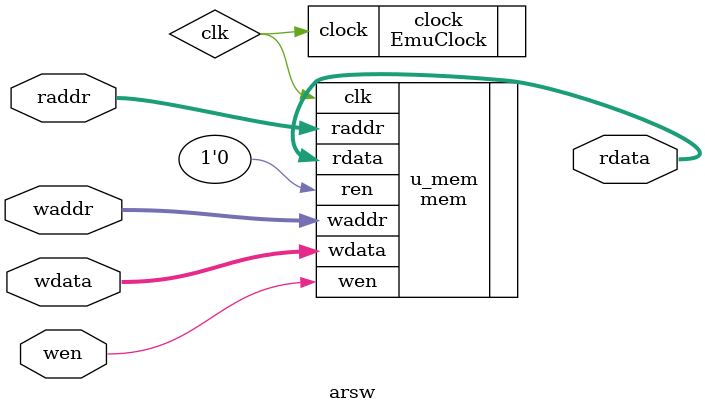
<source format=v>
`timescale 1 ns / 1 ps

module arsw(
    input   [5:0]           raddr,
    output  [79:0]          rdata,
    input                   wen,
    input   [5:0]           waddr,
    input   [79:0]          wdata
);

    wire clk;
    EmuClock clock(.clock(clk));

    mem #(
        .WIDTH(80),
        .DEPTH(64),
        .OFFSET(0),
        .SYNCREAD(0)
    )
    u_mem (
        .clk(clk),
        .ren(1'b0),
        .raddr(raddr),
        .rdata(rdata),
        .wen(wen),
        .waddr(waddr),
        .wdata(wdata)
    );

endmodule

</source>
